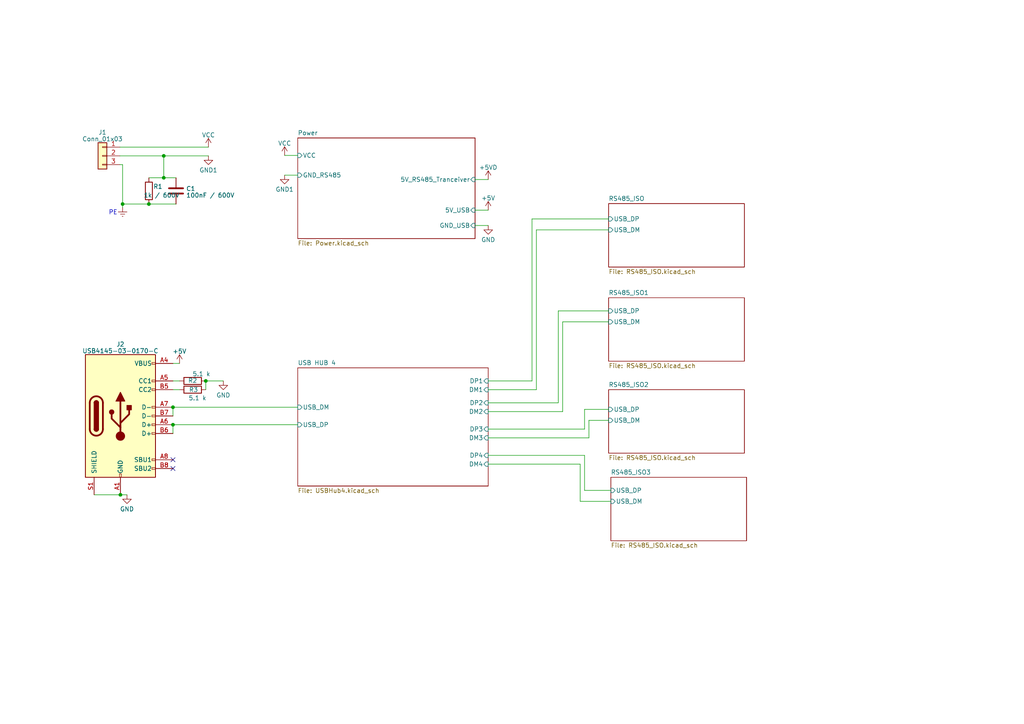
<source format=kicad_sch>
(kicad_sch (version 20230121) (generator eeschema)
  (paper "A4")
  (lib_symbols
    (symbol "Connector:USB_C_Receptacle_USB2.0" (pin_names (offset 1.016))
      (property "Reference" "J" (at -10.16 19.05 0))
      (property "Value" "USB_C_Receptacle_USB2.0" (at 19.05 19.05 0))
      (symbol "USB_C_Receptacle_USB2.0_0_0"
        (rectangle (start -0.254 -17.78) (end 0.254 -16.764))
        (rectangle (start 10.16 -14.986) (end 9.144 -15.494))
        (rectangle (start 10.16 -12.446) (end 9.144 -12.954))
        (rectangle (start 10.16 -4.826) (end 9.144 -5.334))
        (rectangle (start 10.16 -2.286) (end 9.144 -2.794))
        (rectangle (start 10.16 0.254) (end 9.144 -0.254))
        (rectangle (start 10.16 2.794) (end 9.144 2.286))
        (rectangle (start 10.16 7.874) (end 9.144 7.366))
        (rectangle (start 10.16 10.414) (end 9.144 9.906))
        (rectangle (start 10.16 15.494) (end 9.144 14.986))
      )
      (symbol "USB_C_Receptacle_USB2.0_0_1"
        (rectangle (start -10.16 17.78) (end 10.16 -17.78) (stroke (width 0.254)) (fill (type background)))
        (arc (start -8.89 -3.81) (mid -6.985 -5.7067) (end -5.08 -3.81) (stroke (width 0.508)))
        (arc (start -7.62 -3.81) (mid -6.985 -4.4423) (end -6.35 -3.81) (stroke (width 0.254)))
        (arc (start -7.62 -3.81) (mid -6.985 -4.4423) (end -6.35 -3.81) (stroke (width 0.254)) (fill (type outline)))
        (rectangle (start -7.62 -3.81) (end -6.35 3.81) (stroke (width 0.254)) (fill (type outline)))
        (arc (start -6.35 3.81) (mid -6.985 4.4423) (end -7.62 3.81) (stroke (width 0.254)))
        (arc (start -6.35 3.81) (mid -6.985 4.4423) (end -7.62 3.81) (stroke (width 0.254)) (fill (type outline)))
        (arc (start -5.08 3.81) (mid -6.985 5.7067) (end -8.89 3.81) (stroke (width 0.508)))
        (circle (center -2.54 1.143) (radius 0.635) (stroke (width 0.254)) (fill (type outline)))
        (circle (center 0 -5.842) (radius 1.27) (fill (type outline)))
        (polyline (pts (xy -8.89 -3.81) (xy -8.89 3.81)) (stroke (width 0.508)))
        (polyline (pts (xy -5.08 3.81) (xy -5.08 -3.81)) (stroke (width 0.508)))
        (polyline (pts (xy 0 -5.842) (xy 0 4.318)) (stroke (width 0.508)))
        (polyline (pts (xy 0 -3.302) (xy -2.54 -0.762) (xy -2.54 0.508)) (stroke (width 0.508)))
        (polyline (pts (xy 0 -2.032) (xy 2.54 0.508) (xy 2.54 1.778)) (stroke (width 0.508)))
        (polyline (pts (xy -1.27 4.318) (xy 0 6.858) (xy 1.27 4.318) (xy -1.27 4.318)) (stroke (width 0.254)) (fill (type outline)))
        (rectangle (start 1.905 1.778) (end 3.175 3.048) (stroke (width 0.254)) (fill (type outline)))
      )
      (symbol "USB_C_Receptacle_USB2.0_1_1"
        (pin passive line (at 0 -22.86 90) (length 5.08) (name "GND") (number "A1"))
        (pin passive line (at 0 -22.86 90) (length 5.08) hide (name "GND") (number "A12"))
        (pin passive line (at 15.24 15.24 180) (length 5.08) (name "VBUS") (number "A4"))
        (pin bidirectional line (at 15.24 10.16 180) (length 5.08) (name "CC1") (number "A5"))
        (pin bidirectional line (at 15.24 -2.54 180) (length 5.08) (name "D+") (number "A6"))
        (pin bidirectional line (at 15.24 2.54 180) (length 5.08) (name "D-") (number "A7"))
        (pin bidirectional line (at 15.24 -12.7 180) (length 5.08) (name "SBU1") (number "A8"))
        (pin passive line (at 15.24 15.24 180) (length 5.08) hide (name "VBUS") (number "A9"))
        (pin passive line (at 0 -22.86 90) (length 5.08) hide (name "GND") (number "B1"))
        (pin passive line (at 0 -22.86 90) (length 5.08) hide (name "GND") (number "B12"))
        (pin passive line (at 15.24 15.24 180) (length 5.08) hide (name "VBUS") (number "B4"))
        (pin bidirectional line (at 15.24 7.62 180) (length 5.08) (name "CC2") (number "B5"))
        (pin bidirectional line (at 15.24 -5.08 180) (length 5.08) (name "D+") (number "B6"))
        (pin bidirectional line (at 15.24 0 180) (length 5.08) (name "D-") (number "B7"))
        (pin bidirectional line (at 15.24 -15.24 180) (length 5.08) (name "SBU2") (number "B8"))
        (pin passive line (at 15.24 15.24 180) (length 5.08) hide (name "VBUS") (number "B9"))
        (pin passive line (at -7.62 -22.86 90) (length 5.08) (name "SHIELD") (number "S1"))
      )
    )
    (symbol "Connector_Generic:Conn_01x03" (pin_names (offset 1.016) hide)
      (property "Reference" "J" (at 0 5.08 0))
      (property "Value" "Conn_01x03" (at 0 -5.08 0))
      (symbol "Conn_01x03_1_1"
        (rectangle (start -1.27 -2.413) (end 0 -2.667) (stroke (width 0.1524)))
        (rectangle (start -1.27 0.127) (end 0 -0.127) (stroke (width 0.1524)))
        (rectangle (start -1.27 2.667) (end 0 2.413) (stroke (width 0.1524)))
        (rectangle (start -1.27 3.81) (end 1.27 -3.81) (stroke (width 0.254)) (fill (type background)))
        (pin passive line (at -5.08 2.54 0) (length 3.81) (name "Pin_1") (number "1"))
        (pin passive line (at -5.08 0 0) (length 3.81) (name "Pin_2") (number "2"))
        (pin passive line (at -5.08 -2.54 0) (length 3.81) (name "Pin_3") (number "3"))
      )
    )
    (symbol "Device:C" (pin_numbers hide) (pin_names (offset 0.254))
      (property "Reference" "C" (at 0.635 2.54 0))
      (property "Value" "C" (at 0.635 -2.54 0))
      (symbol "C_0_1"
        (polyline (pts (xy -2.032 -0.762) (xy 2.032 -0.762)) (stroke (width 0.508)))
        (polyline (pts (xy -2.032 0.762) (xy 2.032 0.762)) (stroke (width 0.508)))
      )
      (symbol "C_1_1"
        (pin passive line (at 0 3.81 270) (length 2.794) (name "~") (number "1"))
        (pin passive line (at 0 -3.81 90) (length 2.794) (name "~") (number "2"))
      )
    )
    (symbol "Device:R" (pin_numbers hide) (pin_names (offset 0))
      (property "Reference" "R" (at 2.032 0 90))
      (property "Value" "R" (at 0 0 90))
      (symbol "R_0_1"
        (rectangle (start -1.016 -2.54) (end 1.016 2.54) (stroke (width 0.254)))
      )
      (symbol "R_1_1"
        (pin passive line (at 0 3.81 270) (length 1.27) (name "~") (number "1"))
        (pin passive line (at 0 -3.81 90) (length 1.27) (name "~") (number "2"))
      )
    )
    (symbol "power:+5V" (power) (pin_names (offset 0))
      (property "Value" "+5V" (at 0 3.556 0))
      (symbol "+5V_0_1"
        (polyline (pts (xy -0.762 1.27) (xy 0 2.54)))
        (polyline (pts (xy 0 0) (xy 0 2.54)))
        (polyline (pts (xy 0 2.54) (xy 0.762 1.27)))
      )
      (symbol "+5V_1_1"
        (pin power_in line (at 0 0 90) (length 0) hide (name "+5V") (number "1"))
      )
    )
    (symbol "power:+5VD" (power) (pin_names (offset 0))
      (property "Value" "+5VD" (at 0 3.556 0))
      (symbol "+5VD_0_1"
        (polyline (pts (xy -0.762 1.27) (xy 0 2.54)))
        (polyline (pts (xy 0 0) (xy 0 2.54)))
        (polyline (pts (xy 0 2.54) (xy 0.762 1.27)))
      )
      (symbol "+5VD_1_1"
        (pin power_in line (at 0 0 90) (length 0) hide (name "+5VD") (number "1"))
      )
    )
    (symbol "power:Earth" (power) (pin_names (offset 0))
      (symbol "Earth_0_1"
        (polyline (pts (xy -0.635 -1.905) (xy 0.635 -1.905)))
        (polyline (pts (xy -0.127 -2.54) (xy 0.127 -2.54)))
        (polyline (pts (xy 0 -1.27) (xy 0 0)))
        (polyline (pts (xy 1.27 -1.27) (xy -1.27 -1.27)))
      )
      (symbol "Earth_1_1"
        (pin power_in line (at 0 0 270) (length 0) hide (name "Earth") (number "1"))
      )
    )
    (symbol "power:GND" (power) (pin_names (offset 0))
      (property "Value" "GND" (at 0 -3.81 0))
      (symbol "GND_0_1"
        (polyline (pts (xy 0 0) (xy 0 -1.27) (xy 1.27 -1.27) (xy 0 -2.54) (xy -1.27 -1.27) (xy 0 -1.27)))
      )
      (symbol "GND_1_1"
        (pin power_in line (at 0 0 270) (length 0) hide (name "GND") (number "1"))
      )
    )
    (symbol "power:GND1" (power) (pin_names (offset 0))
      (property "Value" "GND1" (at 0 -3.81 0))
      (symbol "GND1_0_1"
        (polyline (pts (xy 0 0) (xy 0 -1.27) (xy 1.27 -1.27) (xy 0 -2.54) (xy -1.27 -1.27) (xy 0 -1.27)))
      )
      (symbol "GND1_1_1"
        (pin power_in line (at 0 0 270) (length 0) hide (name "GND1") (number "1"))
      )
    )
    (symbol "power:VCC" (power) (pin_names (offset 0))
      (property "Value" "VCC" (at 0 3.81 0))
      (symbol "VCC_0_1"
        (polyline (pts (xy -0.762 1.27) (xy 0 2.54)))
        (polyline (pts (xy 0 0) (xy 0 2.54)))
        (polyline (pts (xy 0 2.54) (xy 0.762 1.27)))
      )
      (symbol "VCC_1_1"
        (pin power_in line (at 0 0 90) (length 0) hide (name "VCC") (number "1"))
      )
    )
  )
  (junction (at 34.925 143.51))
  (junction (at 50.165 118.11))
  (junction (at 35.56 59.182))
  (junction (at 59.69 110.49))
  (junction (at 50.165 123.19))
  (junction (at 47.498 45.212))
  (junction (at 43.18 59.182))
  (junction (at 47.498 51.562))
  (no_connect (at 50.165 135.89))
  (no_connect (at 50.165 133.35))
  (wire (pts (xy 137.795 65.405) (xy 141.605 65.405)))
  (wire (pts (xy 169.545 118.745) (xy 176.53 118.745)))
  (wire (pts (xy 59.69 110.49) (xy 59.69 113.03)))
  (wire (pts (xy 137.795 52.07) (xy 141.605 52.07)))
  (wire (pts (xy 161.925 116.84) (xy 161.925 90.17)))
  (wire (pts (xy 34.798 42.672) (xy 60.452 42.672)))
  (wire (pts (xy 137.795 60.96) (xy 141.605 60.96)))
  (wire (pts (xy 163.195 119.38) (xy 163.195 93.345)))
  (wire (pts (xy 50.165 110.49) (xy 52.07 110.49)))
  (wire (pts (xy 50.165 118.11) (xy 86.36 118.11)))
  (wire (pts (xy 50.165 123.19) (xy 50.165 125.73)))
  (wire (pts (xy 141.605 124.46) (xy 169.545 124.46)))
  (wire (pts (xy 47.498 45.212) (xy 47.498 51.562)))
  (wire (pts (xy 141.605 116.84) (xy 161.925 116.84)))
  (wire (pts (xy 169.545 124.46) (xy 169.545 118.745)))
  (wire (pts (xy 169.545 132.08) (xy 169.545 142.24)))
  (wire (pts (xy 168.275 145.415) (xy 177.165 145.415)))
  (wire (pts (xy 161.925 90.17) (xy 176.53 90.17)))
  (wire (pts (xy 50.165 113.03) (xy 52.07 113.03)))
  (wire (pts (xy 141.605 113.03) (xy 155.575 113.03)))
  (wire (pts (xy 50.165 123.19) (xy 86.36 123.19)))
  (wire (pts (xy 141.605 110.49) (xy 154.305 110.49)))
  (wire (pts (xy 47.498 51.562) (xy 51.054 51.562)))
  (wire (pts (xy 34.925 143.51) (xy 36.83 143.51)))
  (wire (pts (xy 141.605 127) (xy 170.815 127)))
  (wire (pts (xy 35.56 59.182) (xy 43.18 59.182)))
  (wire (pts (xy 34.798 47.752) (xy 35.56 47.752)))
  (wire (pts (xy 35.56 47.752) (xy 35.56 59.182)))
  (wire (pts (xy 170.815 127) (xy 170.815 121.92)))
  (wire (pts (xy 47.498 45.212) (xy 60.452 45.212)))
  (wire (pts (xy 155.575 66.675) (xy 155.575 113.03)))
  (wire (pts (xy 50.165 118.11) (xy 50.165 120.65)))
  (wire (pts (xy 170.815 121.92) (xy 176.53 121.92)))
  (wire (pts (xy 169.545 142.24) (xy 177.165 142.24)))
  (wire (pts (xy 35.56 59.182) (xy 35.56 60.198)))
  (wire (pts (xy 163.195 93.345) (xy 176.53 93.345)))
  (wire (pts (xy 155.575 66.675) (xy 176.53 66.675)))
  (wire (pts (xy 141.605 119.38) (xy 163.195 119.38)))
  (wire (pts (xy 154.305 63.5) (xy 154.305 110.49)))
  (wire (pts (xy 168.275 134.62) (xy 168.275 145.415)))
  (wire (pts (xy 43.18 59.182) (xy 51.054 59.182)))
  (wire (pts (xy 34.798 45.212) (xy 47.498 45.212)))
  (wire (pts (xy 141.605 132.08) (xy 169.545 132.08)))
  (wire (pts (xy 141.605 134.62) (xy 168.275 134.62)))
  (wire (pts (xy 50.165 105.41) (xy 52.07 105.41)))
  (wire (pts (xy 43.18 51.562) (xy 47.498 51.562)))
  (wire (pts (xy 82.55 45.085) (xy 86.36 45.085)))
  (wire (pts (xy 154.305 63.5) (xy 176.53 63.5)))
  (wire (pts (xy 27.305 143.51) (xy 34.925 143.51)))
  (wire (pts (xy 82.55 50.8) (xy 86.36 50.8)))
  (wire (pts (xy 59.69 110.49) (xy 64.77 110.49)))
  (text "PE" (at 31.496 62.484 0) (effects (font (size 1.27 1.27)) (justify left bottom)))
  (symbol (lib_id "power:GND") (at 64.77 110.49 0) (unit 1)
    (property "Reference" "#PWR06" (effects hide))
    (property "Value" "GND" (at 64.77 114.6255 0))
  )
  (symbol (lib_id "Connector_Generic:Conn_01x03") (at 29.718 45.212 0) (mirror y) (unit 1)
    (property "Reference" "J1" (at 29.718 38.3921 0))
    (property "Value" "Conn_01x03" (at 29.718 40.3131 0))
    (property "Footprint" "Connector_Phoenix_MSTB:PhoenixContact_MSTBV_2,5_3-GF_1x03_P5.00mm_Vertical_ThreadedFlange_MountHole" (effects hide))
  )
  (symbol (lib_id "Device:R") (at 43.18 55.372 0) (unit 1)
    (property "Reference" "R1" (at 44.45 54.102 0) (effects (justify left)))
    (property "Value" "1k / 600V" (at 41.656 56.642 0) (effects (justify left)))
    (property "Footprint" "Resistor_THT:R_Axial_DIN0309_L9.0mm_D3.2mm_P12.70mm_Horizontal" (effects hide))
    (property "Datasheet" "CF1WS-1K" (effects hide))
  )
  (symbol (lib_id "Device:R") (at 55.88 110.49 90) (unit 1)
    (property "Reference" "R2" (at 55.88 110.363 90))
    (property "Value" "5.1 k" (at 58.42 108.458 90))
    (property "Footprint" "Resistor_SMD:R_0805_2012Metric" (effects hide))
  )
  (symbol (lib_id "power:GND") (at 36.83 143.51 0) (unit 1)
    (property "Reference" "#PWR02" (effects hide))
    (property "Value" "GND" (at 36.83 147.6455 0))
  )
  (symbol (lib_id "Device:C") (at 51.054 55.372 0) (unit 1)
    (property "Reference" "C1" (at 53.975 54.7283 0) (effects (justify left)))
    (property "Value" "100nF / 600V" (at 53.975 56.6493 0) (effects (justify left)))
    (property "Footprint" "Capacitor_SMD:C_1812_4532Metric_Pad1.57x3.40mm_HandSolder" (effects hide))
    (property "Datasheet" "1812B104K631CT" (effects hide))
  )
  (symbol (lib_id "Device:R") (at 55.88 113.03 90) (unit 1)
    (property "Reference" "R3" (at 56.134 113.03 90))
    (property "Value" "5.1 k" (at 57.277 115.443 90))
    (property "Footprint" "Resistor_SMD:R_0805_2012Metric" (effects hide))
  )
  (symbol (lib_id "power:VCC") (at 60.452 42.672 0) (unit 1)
    (property "Reference" "#PWR04" (effects hide))
    (property "Value" "VCC" (at 60.452 39.1701 0))
  )
  (symbol (lib_id "power:+5V") (at 141.605 60.96 0) (unit 1)
    (property "Reference" "#PWR010" (effects hide))
    (property "Value" "+5V" (at 141.605 57.4581 0))
  )
  (symbol (lib_id "power:GND1") (at 82.55 50.8 0) (unit 1)
    (property "Reference" "#PWR08" (effects hide))
    (property "Value" "GND1" (at 82.55 54.9355 0))
  )
  (symbol (lib_id "power:GND1") (at 60.452 45.212 0) (unit 1)
    (property "Reference" "#PWR05" (effects hide))
    (property "Value" "GND1" (at 60.452 49.3475 0))
  )
  (symbol (lib_id "power:VCC") (at 82.55 45.085 0) (unit 1)
    (property "Reference" "#PWR07" (effects hide))
    (property "Value" "VCC" (at 82.55 41.5831 0))
  )
  (symbol (lib_id "power:+5V") (at 52.07 105.41 0) (unit 1)
    (property "Reference" "#PWR03" (effects hide))
    (property "Value" "+5V" (at 52.07 101.9081 0))
  )
  (symbol (lib_id "power:Earth") (at 35.56 60.198 0) (unit 1)
    (property "Reference" "#PWR01" (effects hide))
    (property "Value" "Earth" (effects hide))
  )
  (symbol (lib_id "Connector:USB_C_Receptacle_USB2.0") (at 34.925 120.65 0) (unit 1)
    (property "Reference" "J2" (at 34.925 99.8601 0))
    (property "Value" "USB4145-03-0170-C" (at 34.925 101.7811 0))
    (property "Footprint" "MyFootprint:GCT_USB4145" (effects hide))
    (property "Datasheet" "https://www.usb.org/sites/default/files/documents/usb_type-c.zip" (effects hide))
  )
  (symbol (lib_id "power:+5VD") (at 141.605 52.07 0) (unit 1)
    (property "Reference" "#PWR09" (effects hide))
    (property "Value" "+5VD" (at 141.605 48.5681 0))
  )
  (symbol (lib_id "power:GND") (at 141.605 65.405 0) (unit 1)
    (property "Reference" "#PWR011" (effects hide))
    (property "Value" "GND" (at 141.605 69.5405 0))
  )
  (sheet (at 86.36 106.68) (size 55.245 34.29) (stroke (width 0.1524))
    (property "Sheetname" "USB HUB 4" (at 86.36 105.9684 0) (effects (justify left bottom)))
    (property "Sheetfile" "USBHub4.kicad_sch" (at 86.36 141.5546 0) (effects (justify left top)))
    (pin "DP3" input (at 141.605 124.46 0))
    (pin "DM3" input (at 141.605 127 0))
    (pin "DP4" input (at 141.605 132.08 0))
    (pin "DM4" input (at 141.605 134.62 0))
    (pin "USB_DM" input (at 86.36 118.11 180))
    (pin "USB_DP" input (at 86.36 123.19 180))
    (pin "DP1" input (at 141.605 110.49 0))
    (pin "DM1" input (at 141.605 113.03 0))
    (pin "DP2" input (at 141.605 116.84 0))
    (pin "DM2" input (at 141.605 119.38 0))
  )
  (sheet (at 86.36 40.005) (size 51.435 29.21) (stroke (width 0.1524))
    (property "Sheetname" "Power" (at 86.36 39.2934 0) (effects (justify left bottom)))
    (property "Sheetfile" "Power.kicad_sch" (at 86.36 69.7996 0) (effects (justify left top)))
    (pin "VCC" input (at 86.36 45.085 180))
    (pin "GND_RS485" input (at 86.36 50.8 180))
    (pin "5V_RS485_Tranceiver" input (at 137.795 52.07 0))
    (pin "5V_USB" input (at 137.795 60.96 0))
    (pin "GND_USB" input (at 137.795 65.405 0))
  )
  (sheet (at 176.53 113.03) (size 39.37 18.415) (stroke (width 0.1524))
    (property "Sheetname" "RS485_ISO2" (at 176.53 112.3184 0) (effects (justify left bottom)))
    (property "Sheetfile" "RS485_ISO.kicad_sch" (at 176.53 132.0296 0) (effects (justify left top)))
    (pin "USB_DM" input (at 176.53 121.92 180))
    (pin "USB_DP" input (at 176.53 118.745 180))
  )
  (sheet (at 176.53 59.055) (size 39.37 18.415) (stroke (width 0.1524))
    (property "Sheetname" "RS485_ISO" (at 176.53 58.3434 0) (effects (justify left bottom)))
    (property "Sheetfile" "RS485_ISO.kicad_sch" (at 176.53 78.0546 0) (effects (justify left top)))
    (pin "USB_DM" input (at 176.53 66.675 180))
    (pin "USB_DP" input (at 176.53 63.5 180))
  )
  (sheet (at 177.165 138.43) (size 39.37 18.415) (stroke (width 0.1524))
    (property "Sheetname" "RS485_ISO3" (at 177.165 137.7184 0) (effects (justify left bottom)))
    (property "Sheetfile" "RS485_ISO.kicad_sch" (at 177.165 157.4296 0) (effects (justify left top)))
    (pin "USB_DM" input (at 177.165 145.415 180))
    (pin "USB_DP" input (at 177.165 142.24 180))
  )
  (sheet (at 176.53 86.36) (size 39.37 18.415) (stroke (width 0.1524))
    (property "Sheetname" "RS485_ISO1" (at 176.53 85.6484 0) (effects (justify left bottom)))
    (property "Sheetfile" "RS485_ISO.kicad_sch" (at 176.53 105.3596 0) (effects (justify left top)))
    (pin "USB_DM" input (at 176.53 93.345 180))
    (pin "USB_DP" input (at 176.53 90.17 180))
  )
)
</source>
